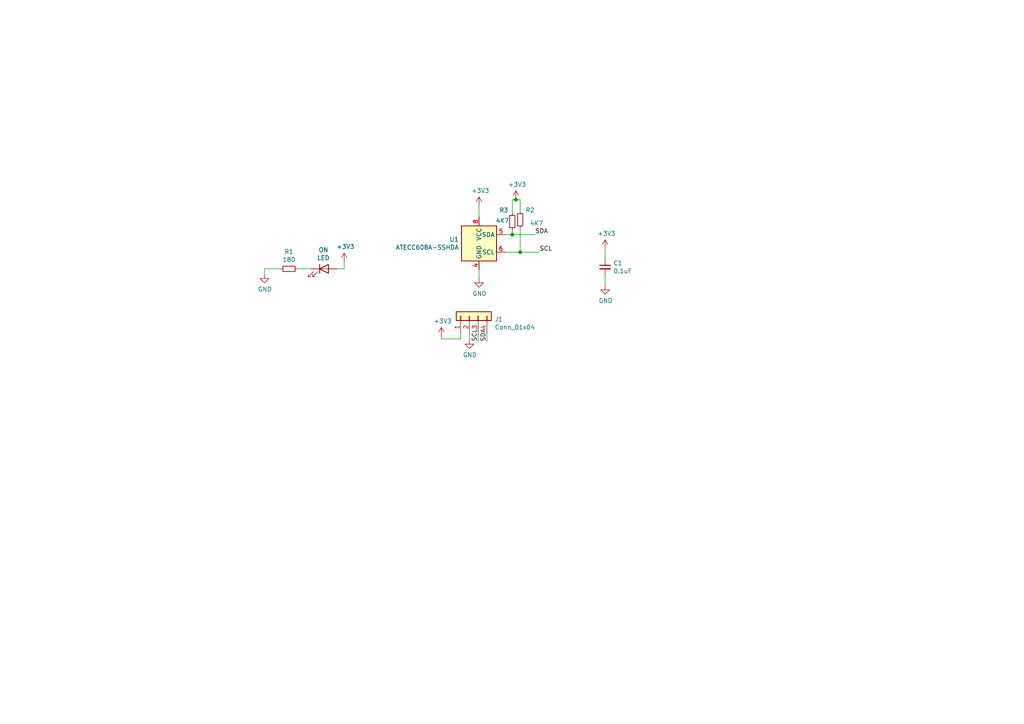
<source format=kicad_sch>
(kicad_sch (version 20230121) (generator eeschema)
  (paper "A4")
  (title_block (title "ATECC608A") (date "2019-09-19") (rev "0.1") (company "Electronic Cat") (comment 3 "Montserrat Figueroa") (comment 4 "Andres Sabas"))
  (lib_symbols
    (symbol "ATECC608A-rescue:+3.3V-power" (power) (pin_names (offset 0))
      (property "Value" "+3.3V-power" (at 0 3.556 0))
      (symbol "+3.3V-power_0_1"
        (polyline (pts (xy -0.762 1.27) (xy 0 2.54)))
        (polyline (pts (xy 0 0) (xy 0 2.54)))
        (polyline (pts (xy 0 2.54) (xy 0.762 1.27)))
      )
      (symbol "+3.3V-power_1_1"
        (pin power_in line (at 0 0 90) (length 0) hide (name "+3V3") (number "1"))
      )
    )
    (symbol "Connector_Generic:Conn_01x04" (pin_names (offset 1.016) hide)
      (property "Reference" "J" (at 0 5.08 0))
      (property "Value" "Conn_01x04" (at 0 -7.62 0))
      (symbol "Conn_01x04_1_1"
        (rectangle (start -1.27 -4.953) (end 0 -5.207) (stroke (width 0.1524)))
        (rectangle (start -1.27 -2.413) (end 0 -2.667) (stroke (width 0.1524)))
        (rectangle (start -1.27 0.127) (end 0 -0.127) (stroke (width 0.1524)))
        (rectangle (start -1.27 2.667) (end 0 2.413) (stroke (width 0.1524)))
        (rectangle (start -1.27 3.81) (end 1.27 -6.35) (stroke (width 0.254)) (fill (type background)))
        (pin passive line (at -5.08 2.54 0) (length 3.81) (name "Pin_1") (number "1"))
        (pin passive line (at -5.08 0 0) (length 3.81) (name "Pin_2") (number "2"))
        (pin passive line (at -5.08 -2.54 0) (length 3.81) (name "Pin_3") (number "3"))
        (pin passive line (at -5.08 -5.08 0) (length 3.81) (name "Pin_4") (number "4"))
      )
    )
    (symbol "Device:C_Small" (pin_numbers hide) (pin_names (offset 0.254) hide)
      (property "Reference" "C" (at 0.254 1.778 0))
      (property "Value" "C_Small" (at 0.254 -2.032 0))
      (symbol "C_Small_0_1"
        (polyline (pts (xy -1.524 -0.508) (xy 1.524 -0.508)) (stroke (width 0.3302)))
        (polyline (pts (xy -1.524 0.508) (xy 1.524 0.508)) (stroke (width 0.3048)))
      )
      (symbol "C_Small_1_1"
        (pin passive line (at 0 2.54 270) (length 2.032) (name "~") (number "1"))
        (pin passive line (at 0 -2.54 90) (length 2.032) (name "~") (number "2"))
      )
    )
    (symbol "Device:LED" (pin_numbers hide) (pin_names (offset 1.016) hide)
      (property "Reference" "D" (at 0 2.54 0))
      (property "Value" "LED" (at 0 -2.54 0))
      (symbol "LED_0_1"
        (polyline (pts (xy -1.27 -1.27) (xy -1.27 1.27)) (stroke (width 0.254)))
        (polyline (pts (xy -1.27 0) (xy 1.27 0)))
        (polyline (pts (xy 1.27 -1.27) (xy 1.27 1.27) (xy -1.27 0) (xy 1.27 -1.27)) (stroke (width 0.254)))
        (polyline (pts (xy -3.048 -0.762) (xy -4.572 -2.286) (xy -3.81 -2.286) (xy -4.572 -2.286) (xy -4.572 -1.524)))
        (polyline (pts (xy -1.778 -0.762) (xy -3.302 -2.286) (xy -2.54 -2.286) (xy -3.302 -2.286) (xy -3.302 -1.524)))
      )
      (symbol "LED_1_1"
        (pin passive line (at -3.81 0 0) (length 2.54) (name "K") (number "1"))
        (pin passive line (at 3.81 0 180) (length 2.54) (name "A") (number "2"))
      )
    )
    (symbol "Device:R_Small" (pin_numbers hide) (pin_names (offset 0.254) hide)
      (property "Reference" "R" (at 0.762 0.508 0))
      (property "Value" "R_Small" (at 0.762 -1.016 0))
      (symbol "R_Small_0_1"
        (rectangle (start -0.762 1.778) (end 0.762 -1.778) (stroke (width 0.2032)))
      )
      (symbol "R_Small_1_1"
        (pin passive line (at 0 2.54 270) (length 0.762) (name "~") (number "1"))
        (pin passive line (at 0 -2.54 90) (length 0.762) (name "~") (number "2"))
      )
    )
    (symbol "Security:ATECC608A-SSHDA"
      (property "Reference" "U" (at 3.81 6.35 0))
      (property "Value" "ATECC608A-SSHDA" (at 10.16 -6.35 0))
      (symbol "ATECC608A-SSHDA_0_1"
        (rectangle (start -5.08 5.08) (end 5.08 -5.08) (stroke (width 0.254)) (fill (type background)))
      )
      (symbol "ATECC608A-SSHDA_1_1"
        (pin no_connect line (at -5.08 2.54 0) (length 2.54) hide (name "NC") (number "1"))
        (pin no_connect line (at -5.08 0 0) (length 2.54) hide (name "NC") (number "2"))
        (pin no_connect line (at -5.08 -2.54 0) (length 2.54) hide (name "NC") (number "3"))
        (pin power_in line (at 0 -7.62 90) (length 2.54) (name "GND") (number "4"))
        (pin bidirectional line (at 7.62 2.54 180) (length 2.54) (name "SDA") (number "5"))
        (pin input line (at 7.62 -2.54 180) (length 2.54) (name "SCL") (number "6"))
        (pin no_connect line (at 5.08 0 180) (length 2.54) hide (name "NC") (number "7"))
        (pin power_in line (at 0 7.62 270) (length 2.54) (name "VCC") (number "8"))
      )
    )
    (symbol "power:GND" (power) (pin_names (offset 0))
      (property "Value" "GND" (at 0 -3.81 0))
      (symbol "GND_0_1"
        (polyline (pts (xy 0 0) (xy 0 -1.27) (xy 1.27 -1.27) (xy 0 -2.54) (xy -1.27 -1.27) (xy 0 -1.27)))
      )
      (symbol "GND_1_1"
        (pin power_in line (at 0 0 270) (length 0) hide (name "GND") (number "1"))
      )
    )
  )
  (junction (at 148.59 68.072))
  (junction (at 149.606 57.912))
  (junction (at 150.876 73.152))
  (wire (pts (xy 133.604 96.774) (xy 133.604 98.298)))
  (wire (pts (xy 149.606 57.912) (xy 148.59 57.912)))
  (wire (pts (xy 138.938 62.992) (xy 138.938 59.69)))
  (wire (pts (xy 136.144 98.552) (xy 136.144 96.774)))
  (wire (pts (xy 76.708 79.502) (xy 76.708 77.978)))
  (wire (pts (xy 150.876 57.912) (xy 150.876 61.214)))
  (wire (pts (xy 97.79 77.978) (xy 99.822 77.978)))
  (wire (pts (xy 133.604 98.298) (xy 128.016 98.298)))
  (wire (pts (xy 150.876 73.152) (xy 150.876 66.294)))
  (wire (pts (xy 141.224 96.774) (xy 141.224 99.06)))
  (wire (pts (xy 138.684 96.774) (xy 138.684 99.06)))
  (wire (pts (xy 76.708 77.978) (xy 81.28 77.978)))
  (wire (pts (xy 148.59 66.802) (xy 148.59 68.072)))
  (wire (pts (xy 175.514 74.93) (xy 175.514 72.136)))
  (wire (pts (xy 146.558 73.152) (xy 150.876 73.152)))
  (wire (pts (xy 150.876 73.152) (xy 156.464 73.152)))
  (wire (pts (xy 146.558 68.072) (xy 148.59 68.072)))
  (wire (pts (xy 128.016 98.298) (xy 128.016 97.536)))
  (wire (pts (xy 99.822 77.978) (xy 99.822 75.946)))
  (wire (pts (xy 86.36 77.978) (xy 90.17 77.978)))
  (wire (pts (xy 148.59 57.912) (xy 148.59 61.722)))
  (wire (pts (xy 148.59 68.072) (xy 155.194 68.072)))
  (wire (pts (xy 138.938 78.232) (xy 138.938 80.772)))
  (wire (pts (xy 150.876 57.912) (xy 149.606 57.912)))
  (wire (pts (xy 175.514 80.01) (xy 175.514 82.804)))
  (label "SDA" (at 155.194 68.072 0))
  (label "SCL" (at 138.684 99.06 90))
  (label "SCL" (at 156.464 73.152 0))
  (label "SDA" (at 141.224 99.06 90))
  (symbol (lib_id "power:GND") (at 175.514 82.804 0) (unit 1)
    (property "Reference" "#PWR06" (effects hide))
    (property "Value" "GND" (at 175.641 87.1982 0))
  )
  (symbol (lib_id "Security:ATECC608A-SSHDA") (at 138.938 70.612 0) (unit 1)
    (property "Reference" "U1" (at 133.096 69.4436 0) (effects (justify right)))
    (property "Value" "ATECC608A-SSHDA" (at 133.096 71.755 0) (effects (justify right)))
    (property "Footprint" "Package_SO:SOIC-8_3.9x4.9mm_P1.27mm" (effects hide))
    (property "Datasheet" "http://ww1.microchip.com/downloads/en/DeviceDoc/ATECC608A-CryptoAuthentication-Device-Summary-Data-Sheet-DS40001977B.pdf" (effects hide))
  )
  (symbol (lib_id "ATECC608A-rescue:+3.3V-power") (at 175.514 72.136 0) (unit 1)
    (property "Reference" "#PWR02" (effects hide))
    (property "Value" "+3.3V" (at 175.895 67.7418 0))
  )
  (symbol (lib_id "Connector_Generic:Conn_01x04") (at 136.144 91.694 90) (unit 1)
    (property "Reference" "J1" (at 143.4592 92.6084 90) (effects (justify right)))
    (property "Value" "Conn_01x04" (at 143.4592 94.9198 90) (effects (justify right)))
    (property "Footprint" "Connector_PinHeader_2.54mm:PinHeader_1x04_P2.54mm_Vertical" (effects hide))
  )
  (symbol (lib_id "Device:C_Small") (at 175.514 77.47 0) (unit 1)
    (property "Reference" "C1" (at 177.8508 76.3016 0) (effects (justify left)))
    (property "Value" "0.1uF" (at 177.8508 78.613 0) (effects (justify left)))
    (property "Footprint" "Capacitor_SMD:C_0805_2012Metric_Pad1.15x1.40mm_HandSolder" (effects hide))
    (property "manf#" "885012207072" (effects hide))
  )
  (symbol (lib_id "Device:LED") (at 93.98 77.978 0) (unit 1)
    (property "Reference" "ON" (at 93.8022 72.4916 0))
    (property "Value" "LED" (at 93.8022 74.803 0))
    (property "Footprint" "LED_SMD:LED_0805_2012Metric_Pad1.15x1.40mm_HandSolder" (effects hide))
    (property "Datasheet" " 150080RS75000 Hoja de datos" (effects hide))
    (property "manf#" "150080RS75000" (effects hide))
  )
  (symbol (lib_id "Device:R_Small") (at 148.59 64.262 0) (unit 1)
    (property "Reference" "R3" (at 144.78 60.96 0) (effects (justify left)))
    (property "Value" "4K7" (at 143.764 64.008 0) (effects (justify left)))
    (property "Footprint" "Resistor_SMD:R_0805_2012Metric_Pad1.15x1.40mm_HandSolder" (effects hide))
  )
  (symbol (lib_id "Device:R_Small") (at 83.82 77.978 270) (unit 1)
    (property "Reference" "R1" (at 83.82 72.9996 90))
    (property "Value" "180" (at 83.82 75.311 90))
    (property "Footprint" "Resistor_SMD:R_0805_2012Metric_Pad1.15x1.40mm_HandSolder" (effects hide))
    (property "manf#" "RMCF0805JT180R" (effects hide))
  )
  (symbol (lib_id "power:GND") (at 138.938 80.772 0) (unit 1)
    (property "Reference" "#PWR05" (effects hide))
    (property "Value" "GND" (at 139.065 85.1662 0))
  )
  (symbol (lib_id "Device:R_Small") (at 150.876 63.754 0) (unit 1)
    (property "Reference" "R2" (at 152.4 60.96 0) (effects (justify left)))
    (property "Value" "4K7" (at 153.67 64.77 0) (effects (justify left)))
    (property "Footprint" "Resistor_SMD:R_0805_2012Metric_Pad1.15x1.40mm_HandSolder" (effects hide))
  )
  (symbol (lib_id "ATECC608A-rescue:+3.3V-power") (at 138.938 59.69 0) (unit 1)
    (property "Reference" "#PWR01" (effects hide))
    (property "Value" "+3.3V" (at 139.319 55.2958 0))
  )
  (symbol (lib_id "ATECC608A-rescue:+3.3V-power") (at 99.822 75.946 0) (unit 1)
    (property "Reference" "#PWR03" (effects hide))
    (property "Value" "+3.3V" (at 100.203 71.5518 0))
  )
  (symbol (lib_id "ATECC608A-rescue:+3.3V-power") (at 149.606 57.912 0) (unit 1)
    (property "Reference" "#PWR09" (effects hide))
    (property "Value" "+3.3V" (at 149.987 53.5178 0))
  )
  (symbol (lib_id "power:GND") (at 76.708 79.502 0) (unit 1)
    (property "Reference" "#PWR04" (effects hide))
    (property "Value" "GND" (at 76.835 83.8962 0))
  )
  (symbol (lib_id "power:GND") (at 136.144 98.552 0) (unit 1)
    (property "Reference" "#PWR08" (effects hide))
    (property "Value" "GND" (at 136.271 102.9462 0))
  )
  (symbol (lib_id "ATECC608A-rescue:+3.3V-power") (at 128.016 97.536 0) (unit 1)
    (property "Reference" "#PWR07" (effects hide))
    (property "Value" "+3.3V" (at 128.397 93.1418 0))
  )
)
</source>
